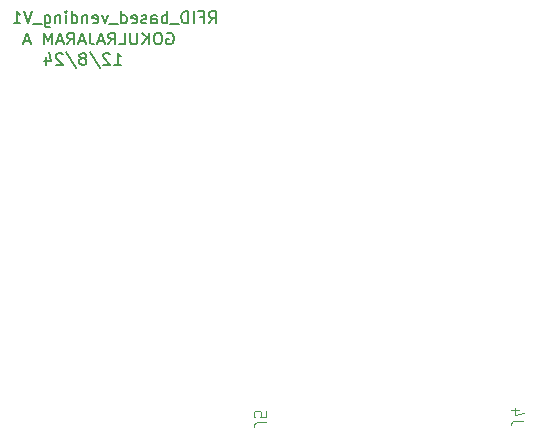
<source format=gbo>
%TF.GenerationSoftware,KiCad,Pcbnew,8.0.0*%
%TF.CreationDate,2024-12-08T13:18:30+05:30*%
%TF.ProjectId,RFID_1,52464944-5f31-42e6-9b69-6361645f7063,rev?*%
%TF.SameCoordinates,Original*%
%TF.FileFunction,Legend,Bot*%
%TF.FilePolarity,Positive*%
%FSLAX46Y46*%
G04 Gerber Fmt 4.6, Leading zero omitted, Abs format (unit mm)*
G04 Created by KiCad (PCBNEW 8.0.0) date 2024-12-08 13:18:30*
%MOMM*%
%LPD*%
G01*
G04 APERTURE LIST*
%ADD10C,0.150000*%
%ADD11C,0.100000*%
G04 APERTURE END LIST*
D10*
X136539411Y-88619819D02*
X137110839Y-88619819D01*
X136825125Y-88619819D02*
X136825125Y-87619819D01*
X136825125Y-87619819D02*
X136920363Y-87762676D01*
X136920363Y-87762676D02*
X137015601Y-87857914D01*
X137015601Y-87857914D02*
X137110839Y-87905533D01*
X136158458Y-87715057D02*
X136110839Y-87667438D01*
X136110839Y-87667438D02*
X136015601Y-87619819D01*
X136015601Y-87619819D02*
X135777506Y-87619819D01*
X135777506Y-87619819D02*
X135682268Y-87667438D01*
X135682268Y-87667438D02*
X135634649Y-87715057D01*
X135634649Y-87715057D02*
X135587030Y-87810295D01*
X135587030Y-87810295D02*
X135587030Y-87905533D01*
X135587030Y-87905533D02*
X135634649Y-88048390D01*
X135634649Y-88048390D02*
X136206077Y-88619819D01*
X136206077Y-88619819D02*
X135587030Y-88619819D01*
X134444173Y-87572200D02*
X135301315Y-88857914D01*
X133967982Y-88048390D02*
X134063220Y-88000771D01*
X134063220Y-88000771D02*
X134110839Y-87953152D01*
X134110839Y-87953152D02*
X134158458Y-87857914D01*
X134158458Y-87857914D02*
X134158458Y-87810295D01*
X134158458Y-87810295D02*
X134110839Y-87715057D01*
X134110839Y-87715057D02*
X134063220Y-87667438D01*
X134063220Y-87667438D02*
X133967982Y-87619819D01*
X133967982Y-87619819D02*
X133777506Y-87619819D01*
X133777506Y-87619819D02*
X133682268Y-87667438D01*
X133682268Y-87667438D02*
X133634649Y-87715057D01*
X133634649Y-87715057D02*
X133587030Y-87810295D01*
X133587030Y-87810295D02*
X133587030Y-87857914D01*
X133587030Y-87857914D02*
X133634649Y-87953152D01*
X133634649Y-87953152D02*
X133682268Y-88000771D01*
X133682268Y-88000771D02*
X133777506Y-88048390D01*
X133777506Y-88048390D02*
X133967982Y-88048390D01*
X133967982Y-88048390D02*
X134063220Y-88096009D01*
X134063220Y-88096009D02*
X134110839Y-88143628D01*
X134110839Y-88143628D02*
X134158458Y-88238866D01*
X134158458Y-88238866D02*
X134158458Y-88429342D01*
X134158458Y-88429342D02*
X134110839Y-88524580D01*
X134110839Y-88524580D02*
X134063220Y-88572200D01*
X134063220Y-88572200D02*
X133967982Y-88619819D01*
X133967982Y-88619819D02*
X133777506Y-88619819D01*
X133777506Y-88619819D02*
X133682268Y-88572200D01*
X133682268Y-88572200D02*
X133634649Y-88524580D01*
X133634649Y-88524580D02*
X133587030Y-88429342D01*
X133587030Y-88429342D02*
X133587030Y-88238866D01*
X133587030Y-88238866D02*
X133634649Y-88143628D01*
X133634649Y-88143628D02*
X133682268Y-88096009D01*
X133682268Y-88096009D02*
X133777506Y-88048390D01*
X132444173Y-87572200D02*
X133301315Y-88857914D01*
X132158458Y-87715057D02*
X132110839Y-87667438D01*
X132110839Y-87667438D02*
X132015601Y-87619819D01*
X132015601Y-87619819D02*
X131777506Y-87619819D01*
X131777506Y-87619819D02*
X131682268Y-87667438D01*
X131682268Y-87667438D02*
X131634649Y-87715057D01*
X131634649Y-87715057D02*
X131587030Y-87810295D01*
X131587030Y-87810295D02*
X131587030Y-87905533D01*
X131587030Y-87905533D02*
X131634649Y-88048390D01*
X131634649Y-88048390D02*
X132206077Y-88619819D01*
X132206077Y-88619819D02*
X131587030Y-88619819D01*
X130729887Y-87953152D02*
X130729887Y-88619819D01*
X130967982Y-87572200D02*
X131206077Y-88286485D01*
X131206077Y-88286485D02*
X130587030Y-88286485D01*
X140989411Y-85942438D02*
X141084649Y-85894819D01*
X141084649Y-85894819D02*
X141227506Y-85894819D01*
X141227506Y-85894819D02*
X141370363Y-85942438D01*
X141370363Y-85942438D02*
X141465601Y-86037676D01*
X141465601Y-86037676D02*
X141513220Y-86132914D01*
X141513220Y-86132914D02*
X141560839Y-86323390D01*
X141560839Y-86323390D02*
X141560839Y-86466247D01*
X141560839Y-86466247D02*
X141513220Y-86656723D01*
X141513220Y-86656723D02*
X141465601Y-86751961D01*
X141465601Y-86751961D02*
X141370363Y-86847200D01*
X141370363Y-86847200D02*
X141227506Y-86894819D01*
X141227506Y-86894819D02*
X141132268Y-86894819D01*
X141132268Y-86894819D02*
X140989411Y-86847200D01*
X140989411Y-86847200D02*
X140941792Y-86799580D01*
X140941792Y-86799580D02*
X140941792Y-86466247D01*
X140941792Y-86466247D02*
X141132268Y-86466247D01*
X140322744Y-85894819D02*
X140132268Y-85894819D01*
X140132268Y-85894819D02*
X140037030Y-85942438D01*
X140037030Y-85942438D02*
X139941792Y-86037676D01*
X139941792Y-86037676D02*
X139894173Y-86228152D01*
X139894173Y-86228152D02*
X139894173Y-86561485D01*
X139894173Y-86561485D02*
X139941792Y-86751961D01*
X139941792Y-86751961D02*
X140037030Y-86847200D01*
X140037030Y-86847200D02*
X140132268Y-86894819D01*
X140132268Y-86894819D02*
X140322744Y-86894819D01*
X140322744Y-86894819D02*
X140417982Y-86847200D01*
X140417982Y-86847200D02*
X140513220Y-86751961D01*
X140513220Y-86751961D02*
X140560839Y-86561485D01*
X140560839Y-86561485D02*
X140560839Y-86228152D01*
X140560839Y-86228152D02*
X140513220Y-86037676D01*
X140513220Y-86037676D02*
X140417982Y-85942438D01*
X140417982Y-85942438D02*
X140322744Y-85894819D01*
X139465601Y-86894819D02*
X139465601Y-85894819D01*
X138894173Y-86894819D02*
X139322744Y-86323390D01*
X138894173Y-85894819D02*
X139465601Y-86466247D01*
X138465601Y-85894819D02*
X138465601Y-86704342D01*
X138465601Y-86704342D02*
X138417982Y-86799580D01*
X138417982Y-86799580D02*
X138370363Y-86847200D01*
X138370363Y-86847200D02*
X138275125Y-86894819D01*
X138275125Y-86894819D02*
X138084649Y-86894819D01*
X138084649Y-86894819D02*
X137989411Y-86847200D01*
X137989411Y-86847200D02*
X137941792Y-86799580D01*
X137941792Y-86799580D02*
X137894173Y-86704342D01*
X137894173Y-86704342D02*
X137894173Y-85894819D01*
X136941792Y-86894819D02*
X137417982Y-86894819D01*
X137417982Y-86894819D02*
X137417982Y-85894819D01*
X136037030Y-86894819D02*
X136370363Y-86418628D01*
X136608458Y-86894819D02*
X136608458Y-85894819D01*
X136608458Y-85894819D02*
X136227506Y-85894819D01*
X136227506Y-85894819D02*
X136132268Y-85942438D01*
X136132268Y-85942438D02*
X136084649Y-85990057D01*
X136084649Y-85990057D02*
X136037030Y-86085295D01*
X136037030Y-86085295D02*
X136037030Y-86228152D01*
X136037030Y-86228152D02*
X136084649Y-86323390D01*
X136084649Y-86323390D02*
X136132268Y-86371009D01*
X136132268Y-86371009D02*
X136227506Y-86418628D01*
X136227506Y-86418628D02*
X136608458Y-86418628D01*
X135656077Y-86609104D02*
X135179887Y-86609104D01*
X135751315Y-86894819D02*
X135417982Y-85894819D01*
X135417982Y-85894819D02*
X135084649Y-86894819D01*
X134465601Y-85894819D02*
X134465601Y-86609104D01*
X134465601Y-86609104D02*
X134513220Y-86751961D01*
X134513220Y-86751961D02*
X134608458Y-86847200D01*
X134608458Y-86847200D02*
X134751315Y-86894819D01*
X134751315Y-86894819D02*
X134846553Y-86894819D01*
X134037029Y-86609104D02*
X133560839Y-86609104D01*
X134132267Y-86894819D02*
X133798934Y-85894819D01*
X133798934Y-85894819D02*
X133465601Y-86894819D01*
X132560839Y-86894819D02*
X132894172Y-86418628D01*
X133132267Y-86894819D02*
X133132267Y-85894819D01*
X133132267Y-85894819D02*
X132751315Y-85894819D01*
X132751315Y-85894819D02*
X132656077Y-85942438D01*
X132656077Y-85942438D02*
X132608458Y-85990057D01*
X132608458Y-85990057D02*
X132560839Y-86085295D01*
X132560839Y-86085295D02*
X132560839Y-86228152D01*
X132560839Y-86228152D02*
X132608458Y-86323390D01*
X132608458Y-86323390D02*
X132656077Y-86371009D01*
X132656077Y-86371009D02*
X132751315Y-86418628D01*
X132751315Y-86418628D02*
X133132267Y-86418628D01*
X132179886Y-86609104D02*
X131703696Y-86609104D01*
X132275124Y-86894819D02*
X131941791Y-85894819D01*
X131941791Y-85894819D02*
X131608458Y-86894819D01*
X131275124Y-86894819D02*
X131275124Y-85894819D01*
X131275124Y-85894819D02*
X130941791Y-86609104D01*
X130941791Y-86609104D02*
X130608458Y-85894819D01*
X130608458Y-85894819D02*
X130608458Y-86894819D01*
X129417981Y-86609104D02*
X128941791Y-86609104D01*
X129513219Y-86894819D02*
X129179886Y-85894819D01*
X129179886Y-85894819D02*
X128846553Y-86894819D01*
X144541792Y-85094819D02*
X144875125Y-84618628D01*
X145113220Y-85094819D02*
X145113220Y-84094819D01*
X145113220Y-84094819D02*
X144732268Y-84094819D01*
X144732268Y-84094819D02*
X144637030Y-84142438D01*
X144637030Y-84142438D02*
X144589411Y-84190057D01*
X144589411Y-84190057D02*
X144541792Y-84285295D01*
X144541792Y-84285295D02*
X144541792Y-84428152D01*
X144541792Y-84428152D02*
X144589411Y-84523390D01*
X144589411Y-84523390D02*
X144637030Y-84571009D01*
X144637030Y-84571009D02*
X144732268Y-84618628D01*
X144732268Y-84618628D02*
X145113220Y-84618628D01*
X143779887Y-84571009D02*
X144113220Y-84571009D01*
X144113220Y-85094819D02*
X144113220Y-84094819D01*
X144113220Y-84094819D02*
X143637030Y-84094819D01*
X143256077Y-85094819D02*
X143256077Y-84094819D01*
X142779887Y-85094819D02*
X142779887Y-84094819D01*
X142779887Y-84094819D02*
X142541792Y-84094819D01*
X142541792Y-84094819D02*
X142398935Y-84142438D01*
X142398935Y-84142438D02*
X142303697Y-84237676D01*
X142303697Y-84237676D02*
X142256078Y-84332914D01*
X142256078Y-84332914D02*
X142208459Y-84523390D01*
X142208459Y-84523390D02*
X142208459Y-84666247D01*
X142208459Y-84666247D02*
X142256078Y-84856723D01*
X142256078Y-84856723D02*
X142303697Y-84951961D01*
X142303697Y-84951961D02*
X142398935Y-85047200D01*
X142398935Y-85047200D02*
X142541792Y-85094819D01*
X142541792Y-85094819D02*
X142779887Y-85094819D01*
X142017983Y-85190057D02*
X141256078Y-85190057D01*
X141017982Y-85094819D02*
X141017982Y-84094819D01*
X141017982Y-84475771D02*
X140922744Y-84428152D01*
X140922744Y-84428152D02*
X140732268Y-84428152D01*
X140732268Y-84428152D02*
X140637030Y-84475771D01*
X140637030Y-84475771D02*
X140589411Y-84523390D01*
X140589411Y-84523390D02*
X140541792Y-84618628D01*
X140541792Y-84618628D02*
X140541792Y-84904342D01*
X140541792Y-84904342D02*
X140589411Y-84999580D01*
X140589411Y-84999580D02*
X140637030Y-85047200D01*
X140637030Y-85047200D02*
X140732268Y-85094819D01*
X140732268Y-85094819D02*
X140922744Y-85094819D01*
X140922744Y-85094819D02*
X141017982Y-85047200D01*
X139684649Y-85094819D02*
X139684649Y-84571009D01*
X139684649Y-84571009D02*
X139732268Y-84475771D01*
X139732268Y-84475771D02*
X139827506Y-84428152D01*
X139827506Y-84428152D02*
X140017982Y-84428152D01*
X140017982Y-84428152D02*
X140113220Y-84475771D01*
X139684649Y-85047200D02*
X139779887Y-85094819D01*
X139779887Y-85094819D02*
X140017982Y-85094819D01*
X140017982Y-85094819D02*
X140113220Y-85047200D01*
X140113220Y-85047200D02*
X140160839Y-84951961D01*
X140160839Y-84951961D02*
X140160839Y-84856723D01*
X140160839Y-84856723D02*
X140113220Y-84761485D01*
X140113220Y-84761485D02*
X140017982Y-84713866D01*
X140017982Y-84713866D02*
X139779887Y-84713866D01*
X139779887Y-84713866D02*
X139684649Y-84666247D01*
X139256077Y-85047200D02*
X139160839Y-85094819D01*
X139160839Y-85094819D02*
X138970363Y-85094819D01*
X138970363Y-85094819D02*
X138875125Y-85047200D01*
X138875125Y-85047200D02*
X138827506Y-84951961D01*
X138827506Y-84951961D02*
X138827506Y-84904342D01*
X138827506Y-84904342D02*
X138875125Y-84809104D01*
X138875125Y-84809104D02*
X138970363Y-84761485D01*
X138970363Y-84761485D02*
X139113220Y-84761485D01*
X139113220Y-84761485D02*
X139208458Y-84713866D01*
X139208458Y-84713866D02*
X139256077Y-84618628D01*
X139256077Y-84618628D02*
X139256077Y-84571009D01*
X139256077Y-84571009D02*
X139208458Y-84475771D01*
X139208458Y-84475771D02*
X139113220Y-84428152D01*
X139113220Y-84428152D02*
X138970363Y-84428152D01*
X138970363Y-84428152D02*
X138875125Y-84475771D01*
X138017982Y-85047200D02*
X138113220Y-85094819D01*
X138113220Y-85094819D02*
X138303696Y-85094819D01*
X138303696Y-85094819D02*
X138398934Y-85047200D01*
X138398934Y-85047200D02*
X138446553Y-84951961D01*
X138446553Y-84951961D02*
X138446553Y-84571009D01*
X138446553Y-84571009D02*
X138398934Y-84475771D01*
X138398934Y-84475771D02*
X138303696Y-84428152D01*
X138303696Y-84428152D02*
X138113220Y-84428152D01*
X138113220Y-84428152D02*
X138017982Y-84475771D01*
X138017982Y-84475771D02*
X137970363Y-84571009D01*
X137970363Y-84571009D02*
X137970363Y-84666247D01*
X137970363Y-84666247D02*
X138446553Y-84761485D01*
X137113220Y-85094819D02*
X137113220Y-84094819D01*
X137113220Y-85047200D02*
X137208458Y-85094819D01*
X137208458Y-85094819D02*
X137398934Y-85094819D01*
X137398934Y-85094819D02*
X137494172Y-85047200D01*
X137494172Y-85047200D02*
X137541791Y-84999580D01*
X137541791Y-84999580D02*
X137589410Y-84904342D01*
X137589410Y-84904342D02*
X137589410Y-84618628D01*
X137589410Y-84618628D02*
X137541791Y-84523390D01*
X137541791Y-84523390D02*
X137494172Y-84475771D01*
X137494172Y-84475771D02*
X137398934Y-84428152D01*
X137398934Y-84428152D02*
X137208458Y-84428152D01*
X137208458Y-84428152D02*
X137113220Y-84475771D01*
X136875125Y-85190057D02*
X136113220Y-85190057D01*
X135970362Y-84428152D02*
X135732267Y-85094819D01*
X135732267Y-85094819D02*
X135494172Y-84428152D01*
X134732267Y-85047200D02*
X134827505Y-85094819D01*
X134827505Y-85094819D02*
X135017981Y-85094819D01*
X135017981Y-85094819D02*
X135113219Y-85047200D01*
X135113219Y-85047200D02*
X135160838Y-84951961D01*
X135160838Y-84951961D02*
X135160838Y-84571009D01*
X135160838Y-84571009D02*
X135113219Y-84475771D01*
X135113219Y-84475771D02*
X135017981Y-84428152D01*
X135017981Y-84428152D02*
X134827505Y-84428152D01*
X134827505Y-84428152D02*
X134732267Y-84475771D01*
X134732267Y-84475771D02*
X134684648Y-84571009D01*
X134684648Y-84571009D02*
X134684648Y-84666247D01*
X134684648Y-84666247D02*
X135160838Y-84761485D01*
X134256076Y-84428152D02*
X134256076Y-85094819D01*
X134256076Y-84523390D02*
X134208457Y-84475771D01*
X134208457Y-84475771D02*
X134113219Y-84428152D01*
X134113219Y-84428152D02*
X133970362Y-84428152D01*
X133970362Y-84428152D02*
X133875124Y-84475771D01*
X133875124Y-84475771D02*
X133827505Y-84571009D01*
X133827505Y-84571009D02*
X133827505Y-85094819D01*
X132922743Y-85094819D02*
X132922743Y-84094819D01*
X132922743Y-85047200D02*
X133017981Y-85094819D01*
X133017981Y-85094819D02*
X133208457Y-85094819D01*
X133208457Y-85094819D02*
X133303695Y-85047200D01*
X133303695Y-85047200D02*
X133351314Y-84999580D01*
X133351314Y-84999580D02*
X133398933Y-84904342D01*
X133398933Y-84904342D02*
X133398933Y-84618628D01*
X133398933Y-84618628D02*
X133351314Y-84523390D01*
X133351314Y-84523390D02*
X133303695Y-84475771D01*
X133303695Y-84475771D02*
X133208457Y-84428152D01*
X133208457Y-84428152D02*
X133017981Y-84428152D01*
X133017981Y-84428152D02*
X132922743Y-84475771D01*
X132446552Y-85094819D02*
X132446552Y-84428152D01*
X132446552Y-84094819D02*
X132494171Y-84142438D01*
X132494171Y-84142438D02*
X132446552Y-84190057D01*
X132446552Y-84190057D02*
X132398933Y-84142438D01*
X132398933Y-84142438D02*
X132446552Y-84094819D01*
X132446552Y-84094819D02*
X132446552Y-84190057D01*
X131970362Y-84428152D02*
X131970362Y-85094819D01*
X131970362Y-84523390D02*
X131922743Y-84475771D01*
X131922743Y-84475771D02*
X131827505Y-84428152D01*
X131827505Y-84428152D02*
X131684648Y-84428152D01*
X131684648Y-84428152D02*
X131589410Y-84475771D01*
X131589410Y-84475771D02*
X131541791Y-84571009D01*
X131541791Y-84571009D02*
X131541791Y-85094819D01*
X130637029Y-84428152D02*
X130637029Y-85237676D01*
X130637029Y-85237676D02*
X130684648Y-85332914D01*
X130684648Y-85332914D02*
X130732267Y-85380533D01*
X130732267Y-85380533D02*
X130827505Y-85428152D01*
X130827505Y-85428152D02*
X130970362Y-85428152D01*
X130970362Y-85428152D02*
X131065600Y-85380533D01*
X130637029Y-85047200D02*
X130732267Y-85094819D01*
X130732267Y-85094819D02*
X130922743Y-85094819D01*
X130922743Y-85094819D02*
X131017981Y-85047200D01*
X131017981Y-85047200D02*
X131065600Y-84999580D01*
X131065600Y-84999580D02*
X131113219Y-84904342D01*
X131113219Y-84904342D02*
X131113219Y-84618628D01*
X131113219Y-84618628D02*
X131065600Y-84523390D01*
X131065600Y-84523390D02*
X131017981Y-84475771D01*
X131017981Y-84475771D02*
X130922743Y-84428152D01*
X130922743Y-84428152D02*
X130732267Y-84428152D01*
X130732267Y-84428152D02*
X130637029Y-84475771D01*
X130398934Y-85190057D02*
X129637029Y-85190057D01*
X129541790Y-84094819D02*
X129208457Y-85094819D01*
X129208457Y-85094819D02*
X128875124Y-84094819D01*
X128017981Y-85094819D02*
X128589409Y-85094819D01*
X128303695Y-85094819D02*
X128303695Y-84094819D01*
X128303695Y-84094819D02*
X128398933Y-84237676D01*
X128398933Y-84237676D02*
X128494171Y-84332914D01*
X128494171Y-84332914D02*
X128589409Y-84380533D01*
D11*
X149349580Y-118900533D02*
X148635295Y-118900533D01*
X148635295Y-118900533D02*
X148492438Y-118948152D01*
X148492438Y-118948152D02*
X148397200Y-119043390D01*
X148397200Y-119043390D02*
X148349580Y-119186247D01*
X148349580Y-119186247D02*
X148349580Y-119281485D01*
X149349580Y-117948152D02*
X149349580Y-118424342D01*
X149349580Y-118424342D02*
X148873390Y-118471961D01*
X148873390Y-118471961D02*
X148921009Y-118424342D01*
X148921009Y-118424342D02*
X148968628Y-118329104D01*
X148968628Y-118329104D02*
X148968628Y-118091009D01*
X148968628Y-118091009D02*
X148921009Y-117995771D01*
X148921009Y-117995771D02*
X148873390Y-117948152D01*
X148873390Y-117948152D02*
X148778152Y-117900533D01*
X148778152Y-117900533D02*
X148540057Y-117900533D01*
X148540057Y-117900533D02*
X148444819Y-117948152D01*
X148444819Y-117948152D02*
X148397200Y-117995771D01*
X148397200Y-117995771D02*
X148349580Y-118091009D01*
X148349580Y-118091009D02*
X148349580Y-118329104D01*
X148349580Y-118329104D02*
X148397200Y-118424342D01*
X148397200Y-118424342D02*
X148444819Y-118471961D01*
X171165280Y-118737733D02*
X170450995Y-118737733D01*
X170450995Y-118737733D02*
X170308138Y-118785352D01*
X170308138Y-118785352D02*
X170212900Y-118880590D01*
X170212900Y-118880590D02*
X170165280Y-119023447D01*
X170165280Y-119023447D02*
X170165280Y-119118685D01*
X170831947Y-117832971D02*
X170165280Y-117832971D01*
X171212900Y-118071066D02*
X170498614Y-118309161D01*
X170498614Y-118309161D02*
X170498614Y-117690114D01*
M02*

</source>
